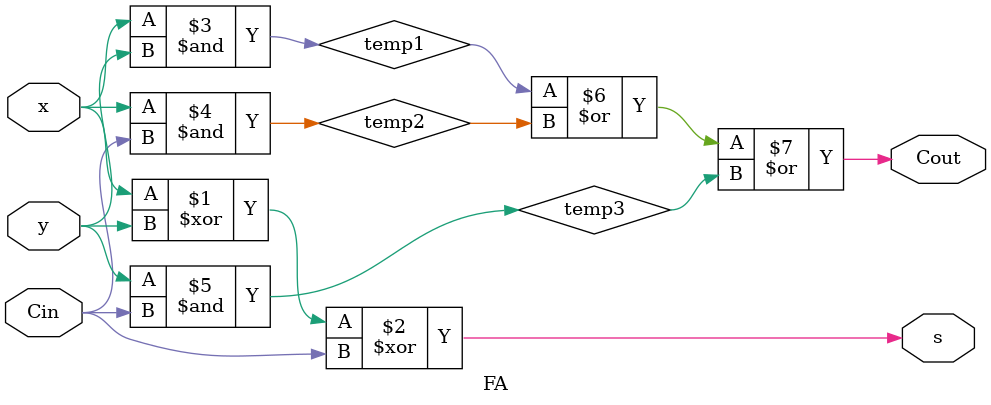
<source format=v>
`timescale 1ns / 1ps

module FA(
    input x,
    input y,
    input Cin,
    output s,
    output Cout
    );
    wire temp1, temp2, temp3;
    
    xor xor1 (s, x, y, Cin);
    and A1(temp1, x, y);
    and A2(temp2, x, Cin);
    and A3(temp3, y, Cin);
    or O1(Cout, temp1, temp2, temp3);
endmodule

</source>
